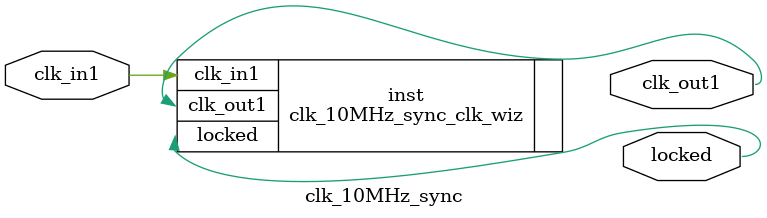
<source format=v>


`timescale 1ps/1ps

(* CORE_GENERATION_INFO = "clk_10MHz_sync,clk_wiz_v6_0_2_0_0,{component_name=clk_10MHz_sync,use_phase_alignment=true,use_min_o_jitter=false,use_max_i_jitter=false,use_dyn_phase_shift=false,use_inclk_switchover=false,use_dyn_reconfig=false,enable_axi=0,feedback_source=FDBK_AUTO,PRIMITIVE=MMCM,num_out_clk=1,clkin1_period=8.000,clkin2_period=10.000,use_power_down=false,use_reset=false,use_locked=true,use_inclk_stopped=false,feedback_type=SINGLE,CLOCK_MGR_TYPE=NA,manual_override=false}" *)

module clk_10MHz_sync 
 (
  // Clock out ports
  output        clk_out1,
  // Status and control signals
  output        locked,
 // Clock in ports
  input         clk_in1
 );

  clk_10MHz_sync_clk_wiz inst
  (
  // Clock out ports  
  .clk_out1(clk_out1),
  // Status and control signals               
  .locked(locked),
 // Clock in ports
  .clk_in1(clk_in1)
  );

endmodule

</source>
